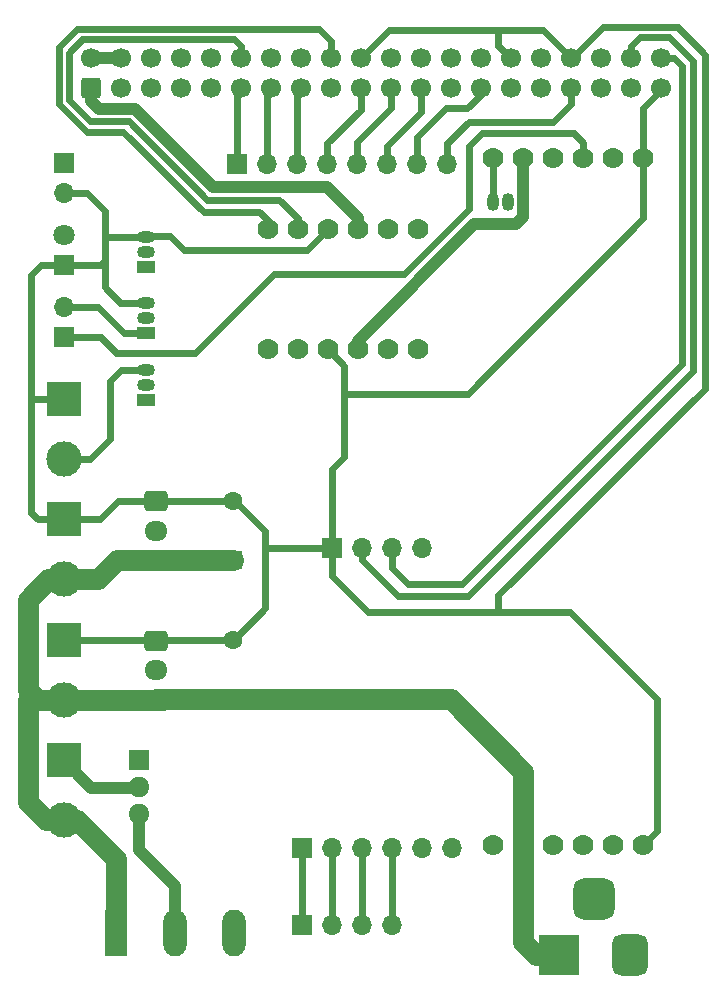
<source format=gbl>
G04 #@! TF.GenerationSoftware,KiCad,Pcbnew,(6.0.9)*
G04 #@! TF.CreationDate,2022-12-02T11:03:32-05:00*
G04 #@! TF.ProjectId,Roboshot,526f626f-7368-46f7-942e-6b696361645f,rev?*
G04 #@! TF.SameCoordinates,Original*
G04 #@! TF.FileFunction,Copper,L2,Bot*
G04 #@! TF.FilePolarity,Positive*
%FSLAX46Y46*%
G04 Gerber Fmt 4.6, Leading zero omitted, Abs format (unit mm)*
G04 Created by KiCad (PCBNEW (6.0.9)) date 2022-12-02 11:03:32*
%MOMM*%
%LPD*%
G01*
G04 APERTURE LIST*
G04 Aperture macros list*
%AMRoundRect*
0 Rectangle with rounded corners*
0 $1 Rounding radius*
0 $2 $3 $4 $5 $6 $7 $8 $9 X,Y pos of 4 corners*
0 Add a 4 corners polygon primitive as box body*
4,1,4,$2,$3,$4,$5,$6,$7,$8,$9,$2,$3,0*
0 Add four circle primitives for the rounded corners*
1,1,$1+$1,$2,$3*
1,1,$1+$1,$4,$5*
1,1,$1+$1,$6,$7*
1,1,$1+$1,$8,$9*
0 Add four rect primitives between the rounded corners*
20,1,$1+$1,$2,$3,$4,$5,0*
20,1,$1+$1,$4,$5,$6,$7,0*
20,1,$1+$1,$6,$7,$8,$9,0*
20,1,$1+$1,$8,$9,$2,$3,0*%
G04 Aperture macros list end*
G04 #@! TA.AperFunction,ComponentPad*
%ADD10R,3.000000X3.000000*%
G04 #@! TD*
G04 #@! TA.AperFunction,ComponentPad*
%ADD11C,3.000000*%
G04 #@! TD*
G04 #@! TA.AperFunction,ComponentPad*
%ADD12O,1.700000X1.700000*%
G04 #@! TD*
G04 #@! TA.AperFunction,ComponentPad*
%ADD13R,1.700000X1.700000*%
G04 #@! TD*
G04 #@! TA.AperFunction,ComponentPad*
%ADD14R,1.980000X3.960000*%
G04 #@! TD*
G04 #@! TA.AperFunction,ComponentPad*
%ADD15O,1.980000X3.960000*%
G04 #@! TD*
G04 #@! TA.AperFunction,ComponentPad*
%ADD16R,1.500000X1.050000*%
G04 #@! TD*
G04 #@! TA.AperFunction,ComponentPad*
%ADD17O,1.500000X1.050000*%
G04 #@! TD*
G04 #@! TA.AperFunction,ComponentPad*
%ADD18C,1.778000*%
G04 #@! TD*
G04 #@! TA.AperFunction,ComponentPad*
%ADD19R,1.800000X1.714500*%
G04 #@! TD*
G04 #@! TA.AperFunction,ComponentPad*
%ADD20O,1.800000X1.714500*%
G04 #@! TD*
G04 #@! TA.AperFunction,ComponentPad*
%ADD21R,1.800000X1.800000*%
G04 #@! TD*
G04 #@! TA.AperFunction,ComponentPad*
%ADD22C,1.800000*%
G04 #@! TD*
G04 #@! TA.AperFunction,ComponentPad*
%ADD23R,1.600000X1.600000*%
G04 #@! TD*
G04 #@! TA.AperFunction,ComponentPad*
%ADD24C,1.600000*%
G04 #@! TD*
G04 #@! TA.AperFunction,ComponentPad*
%ADD25RoundRect,0.250000X0.600000X-0.600000X0.600000X0.600000X-0.600000X0.600000X-0.600000X-0.600000X0*%
G04 #@! TD*
G04 #@! TA.AperFunction,ComponentPad*
%ADD26C,1.700000*%
G04 #@! TD*
G04 #@! TA.AperFunction,ComponentPad*
%ADD27R,3.500000X3.500000*%
G04 #@! TD*
G04 #@! TA.AperFunction,ComponentPad*
%ADD28RoundRect,0.750000X0.750000X1.000000X-0.750000X1.000000X-0.750000X-1.000000X0.750000X-1.000000X0*%
G04 #@! TD*
G04 #@! TA.AperFunction,ComponentPad*
%ADD29RoundRect,0.875000X0.875000X0.875000X-0.875000X0.875000X-0.875000X-0.875000X0.875000X-0.875000X0*%
G04 #@! TD*
G04 #@! TA.AperFunction,ComponentPad*
%ADD30RoundRect,0.250000X-0.725000X0.600000X-0.725000X-0.600000X0.725000X-0.600000X0.725000X0.600000X0*%
G04 #@! TD*
G04 #@! TA.AperFunction,ComponentPad*
%ADD31O,1.950000X1.700000*%
G04 #@! TD*
G04 #@! TA.AperFunction,ComponentPad*
%ADD32R,1.050000X1.500000*%
G04 #@! TD*
G04 #@! TA.AperFunction,ComponentPad*
%ADD33O,1.050000X1.500000*%
G04 #@! TD*
G04 #@! TA.AperFunction,Conductor*
%ADD34C,0.600000*%
G04 #@! TD*
G04 #@! TA.AperFunction,Conductor*
%ADD35C,1.016000*%
G04 #@! TD*
G04 #@! TA.AperFunction,Conductor*
%ADD36C,1.778000*%
G04 #@! TD*
G04 APERTURE END LIST*
D10*
X81076800Y-165228900D03*
D11*
X81076800Y-170308900D03*
D10*
X81076800Y-134620000D03*
D11*
X81076800Y-139700000D03*
D12*
X108864400Y-172696500D03*
X106324400Y-172696500D03*
X113944400Y-172696500D03*
X111404400Y-172696500D03*
X106324400Y-147296500D03*
D13*
X101244400Y-172696500D03*
D12*
X103784400Y-172696500D03*
D13*
X103784400Y-147296500D03*
D12*
X108864400Y-147296500D03*
X111404400Y-147296500D03*
D14*
X85496400Y-179832000D03*
D15*
X90496400Y-179832000D03*
X95496400Y-179832000D03*
D16*
X88037000Y-134748900D03*
D17*
X88037000Y-133478900D03*
X88037000Y-132208900D03*
D10*
X81076800Y-155041600D03*
D11*
X81076800Y-160121600D03*
D18*
X130149600Y-114225700D03*
X130149600Y-172391700D03*
X127609600Y-114225700D03*
X127609600Y-172391700D03*
X125069600Y-114225700D03*
X125069600Y-172391700D03*
X122529600Y-114225700D03*
X122529600Y-172391700D03*
X117449600Y-114225700D03*
X117449600Y-172391700D03*
X119989600Y-114225700D03*
X119989600Y-172391700D03*
D19*
X87425600Y-165247700D03*
D20*
X87425600Y-167533700D03*
X87425600Y-169819700D03*
D21*
X81076800Y-123291600D03*
D22*
X81076800Y-120751600D03*
D16*
X88032600Y-129059300D03*
D17*
X88032600Y-127789300D03*
X88032600Y-126519300D03*
D23*
X95402400Y-148300251D03*
D24*
X95402400Y-143300251D03*
D13*
X101244400Y-179148100D03*
D12*
X103784400Y-179148100D03*
X106324400Y-179148100D03*
X108864400Y-179148100D03*
D25*
X83362800Y-108332900D03*
D26*
X83362800Y-105792900D03*
X85902800Y-108332900D03*
X85902800Y-105792900D03*
X88442800Y-108332900D03*
X88442800Y-105792900D03*
X90982800Y-108332900D03*
X90982800Y-105792900D03*
X93522800Y-108332900D03*
X93522800Y-105792900D03*
X96062800Y-108332900D03*
X96062800Y-105792900D03*
X98602800Y-108332900D03*
X98602800Y-105792900D03*
X101142800Y-108332900D03*
X101142800Y-105792900D03*
X103682800Y-108332900D03*
X103682800Y-105792900D03*
X106222800Y-108332900D03*
X106222800Y-105792900D03*
X108762800Y-108332900D03*
X108762800Y-105792900D03*
X111302800Y-108332900D03*
X111302800Y-105792900D03*
X113842800Y-108332900D03*
X113842800Y-105792900D03*
X116382800Y-108332900D03*
X116382800Y-105792900D03*
X118922800Y-108332900D03*
X118922800Y-105792900D03*
X121462800Y-108332900D03*
X121462800Y-105792900D03*
X124002800Y-108332900D03*
X124002800Y-105792900D03*
X126542800Y-108332900D03*
X126542800Y-105792900D03*
X129082800Y-108332900D03*
X129082800Y-105792900D03*
X131622800Y-108332900D03*
X131622800Y-105792900D03*
D16*
X88032600Y-123471300D03*
D17*
X88032600Y-122201300D03*
X88032600Y-120931300D03*
D27*
X122981200Y-181680400D03*
D28*
X128981200Y-181680400D03*
D29*
X125981200Y-176980400D03*
D13*
X95758000Y-114784500D03*
D12*
X98298000Y-114784500D03*
X100838000Y-114784500D03*
X103378000Y-114784500D03*
X105918000Y-114784500D03*
X108458000Y-114784500D03*
X110998000Y-114784500D03*
X113538000Y-114784500D03*
D10*
X81076800Y-144830800D03*
D11*
X81076800Y-149910800D03*
D30*
X88849200Y-155121600D03*
D31*
X88849200Y-157621600D03*
X88849200Y-160121600D03*
D32*
X119989600Y-117957600D03*
D33*
X118719600Y-117957600D03*
X117449600Y-117957600D03*
D13*
X81076800Y-129387600D03*
D12*
X81076800Y-126847600D03*
D18*
X103416100Y-130412800D03*
X103416100Y-120252800D03*
X105956100Y-130412800D03*
X111036100Y-130412800D03*
X108496100Y-130412800D03*
X100876100Y-130412800D03*
X98336100Y-130412800D03*
X105956100Y-120252800D03*
X111036100Y-120252800D03*
X108496100Y-120252800D03*
X100876100Y-120252800D03*
X98336100Y-120252800D03*
D13*
X81076800Y-114677900D03*
D12*
X81076800Y-117217900D03*
D30*
X88900000Y-143306800D03*
D31*
X88900000Y-145806800D03*
X88900000Y-148306800D03*
D23*
X95402400Y-160085851D03*
D24*
X95402400Y-155085851D03*
D34*
X117881400Y-152425400D02*
X118110000Y-152654000D01*
X117881400Y-151257000D02*
X117881400Y-152425400D01*
X135382000Y-105511600D02*
X135382000Y-133756400D01*
X133045200Y-103174800D02*
X135382000Y-105511600D01*
X126695200Y-103174800D02*
X133045200Y-103174800D01*
X124077100Y-105792900D02*
X126695200Y-103174800D01*
X124002800Y-105792900D02*
X124077100Y-105792900D01*
X135382000Y-133756400D02*
X117881400Y-151257000D01*
X106832400Y-152654000D02*
X118110000Y-152654000D01*
X118110000Y-152654000D02*
X123952000Y-152654000D01*
X88093800Y-120870100D02*
X88032600Y-120931300D01*
X98145600Y-145846800D02*
X98145600Y-152342651D01*
X104800400Y-134196600D02*
X104800400Y-139513700D01*
D35*
X87425600Y-170033400D02*
X87425600Y-172820400D01*
D34*
X103416100Y-120252800D02*
X103416100Y-120256300D01*
X91236800Y-122038500D02*
X90068400Y-120870100D01*
X84529300Y-122910600D02*
X84529300Y-122353700D01*
X101633900Y-122038500D02*
X91236800Y-122038500D01*
X103416100Y-130412800D02*
X103416100Y-130441700D01*
D35*
X87425600Y-172820400D02*
X90496400Y-175891200D01*
D34*
X103416100Y-130441700D02*
X104800400Y-131826000D01*
X103784400Y-147296500D02*
X103784400Y-149606000D01*
X118922800Y-105792900D02*
X117856000Y-104726100D01*
X131622800Y-108332900D02*
X131622800Y-108508800D01*
X123952000Y-152654000D02*
X131318000Y-160020000D01*
X81076800Y-123291600D02*
X84148300Y-123291600D01*
X84148300Y-123291600D02*
X84529300Y-122910600D01*
X84529300Y-118745000D02*
X84529300Y-122353700D01*
X106246300Y-105792900D02*
X106222800Y-105792900D01*
X85850100Y-126519300D02*
X84529300Y-125198500D01*
X78333600Y-131521200D02*
X78333600Y-134620000D01*
X78333600Y-144272000D02*
X78333600Y-124104400D01*
X95140402Y-143300251D02*
X95152651Y-143312500D01*
D35*
X90496400Y-175891200D02*
X90496400Y-179882800D01*
D34*
X103784400Y-147296500D02*
X98196400Y-147296500D01*
X81076800Y-117217900D02*
X83002200Y-117217900D01*
X104817300Y-134179700D02*
X104800400Y-134196600D01*
X103784400Y-149606000D02*
X106832400Y-152654000D01*
X98145600Y-152342651D02*
X95457451Y-155030800D01*
X130149600Y-114225700D02*
X130149600Y-119295300D01*
X90068400Y-120870100D02*
X88093800Y-120870100D01*
X81076800Y-144830800D02*
X84175600Y-144830800D01*
X84175600Y-144830800D02*
X85706149Y-143300251D01*
X83002200Y-117217900D02*
X84529300Y-118745000D01*
X117856000Y-104726100D02*
X117856000Y-103394900D01*
X81087600Y-155030800D02*
X81076800Y-155041600D01*
X124002800Y-105765600D02*
X121632100Y-103394900D01*
X84529300Y-125198500D02*
X84529300Y-122910600D01*
X131622800Y-108508800D02*
X130149600Y-109982000D01*
X130149600Y-109982000D02*
X130149600Y-114225700D01*
X79146400Y-123291600D02*
X81076800Y-123291600D01*
X78892400Y-144830800D02*
X78333600Y-144272000D01*
X84529300Y-122353700D02*
X84529300Y-120933200D01*
X84529300Y-120933200D02*
X84531200Y-120931300D01*
X88032600Y-126519300D02*
X85850100Y-126519300D01*
X131318000Y-160020000D02*
X131318000Y-171223300D01*
X115265200Y-134179700D02*
X104817300Y-134179700D01*
X85706149Y-143300251D02*
X95140402Y-143300251D01*
X118719600Y-103394900D02*
X108644300Y-103394900D01*
X84531200Y-120931300D02*
X88032600Y-120931300D01*
X124002800Y-105792900D02*
X124002800Y-105765600D01*
X103416100Y-120256300D02*
X101633900Y-122038500D01*
X104800400Y-139513700D02*
X103784400Y-140529700D01*
X131318000Y-171223300D02*
X130149600Y-172391700D01*
X95457451Y-155030800D02*
X81087600Y-155030800D01*
X81076800Y-144830800D02*
X78892400Y-144830800D01*
X108644300Y-103394900D02*
X106246300Y-105792900D01*
X103784400Y-140529700D02*
X103784400Y-147296500D01*
X117856000Y-103394900D02*
X118719600Y-103394900D01*
X95402400Y-143103600D02*
X98145600Y-145846800D01*
X130149600Y-119295300D02*
X115265200Y-134179700D01*
X78333600Y-134620000D02*
X81076800Y-134620000D01*
X104800400Y-131826000D02*
X104800400Y-134162800D01*
X78333600Y-124104400D02*
X79146400Y-123291600D01*
X121632100Y-103394900D02*
X118719600Y-103394900D01*
X92202000Y-130708400D02*
X98856800Y-124053600D01*
X124256800Y-112115600D02*
X125069600Y-112928400D01*
X85518000Y-130708400D02*
X92202000Y-130708400D01*
X98856800Y-124053600D02*
X109880400Y-124053600D01*
X115417600Y-113182400D02*
X116484400Y-112115600D01*
X84197200Y-129387600D02*
X85518000Y-130708400D01*
X109880400Y-124053600D02*
X115417600Y-118516400D01*
X125069600Y-112928400D02*
X125069600Y-114225700D01*
X81076800Y-129387600D02*
X84197200Y-129387600D01*
X115417600Y-118516400D02*
X115417600Y-113182400D01*
X116484400Y-112115600D02*
X124256800Y-112115600D01*
X96062800Y-108332900D02*
X95758000Y-108637700D01*
X95758000Y-108637700D02*
X95758000Y-114784500D01*
X98298000Y-114784500D02*
X98298000Y-108637700D01*
X98298000Y-108637700D02*
X98602800Y-108332900D01*
X101142800Y-108332900D02*
X100838000Y-108637700D01*
X100838000Y-108637700D02*
X100838000Y-114784500D01*
X103378000Y-113006500D02*
X106222800Y-110161700D01*
X106222800Y-110161700D02*
X106222800Y-108332900D01*
X103378000Y-114784500D02*
X103378000Y-113006500D01*
X105918000Y-112854100D02*
X108762800Y-110009300D01*
X108762800Y-110009300D02*
X108762800Y-108332900D01*
X105918000Y-114784500D02*
X105918000Y-112854100D01*
X111302800Y-110364900D02*
X111302800Y-108332900D01*
X108458000Y-113209700D02*
X111302800Y-110364900D01*
X108458000Y-114784500D02*
X108458000Y-113209700D01*
X110998000Y-114784500D02*
X110998000Y-112447700D01*
X110998000Y-112447700D02*
X113436400Y-110009300D01*
X113436400Y-110009300D02*
X115237900Y-110009300D01*
X115237900Y-110009300D02*
X116382800Y-108864400D01*
X116382800Y-108864400D02*
X116382800Y-108332900D01*
X124002800Y-108332900D02*
X124002800Y-109677200D01*
X122529600Y-111150400D02*
X115366800Y-111150400D01*
X115366800Y-111150400D02*
X113538000Y-112979200D01*
X124002800Y-109677200D02*
X122529600Y-111150400D01*
X113538000Y-112979200D02*
X113538000Y-114784500D01*
X101244400Y-172696500D02*
X101244400Y-179148100D01*
X103784400Y-172696500D02*
X103784400Y-179148100D01*
X106324400Y-172696500D02*
X106324400Y-179148100D01*
X108864400Y-172696500D02*
X108864400Y-179148100D01*
X83312000Y-139700000D02*
X84988400Y-138023600D01*
X84988400Y-138023600D02*
X84988400Y-133146800D01*
X81125700Y-138508100D02*
X81098900Y-138534900D01*
X84988400Y-133146800D02*
X85926300Y-132208900D01*
X81076800Y-139700000D02*
X83312000Y-139700000D01*
X85926300Y-132208900D02*
X88037000Y-132208900D01*
X81125700Y-138508100D02*
X81104100Y-138508100D01*
D35*
X105956100Y-119293000D02*
X103350700Y-116687600D01*
X83362800Y-109423200D02*
X83362800Y-108332900D01*
X84040100Y-110100500D02*
X83362800Y-109423200D01*
X103350700Y-116687600D02*
X93726000Y-116687600D01*
X93726000Y-116687600D02*
X87138900Y-110100500D01*
X87138900Y-110100500D02*
X84040100Y-110100500D01*
X105956100Y-120252800D02*
X105956100Y-119293000D01*
D34*
X80670400Y-109677200D02*
X80670400Y-104851200D01*
X82194400Y-103327200D02*
X102690300Y-103327200D01*
X98336100Y-119519700D02*
X97637600Y-118821200D01*
X80670400Y-104851200D02*
X82194400Y-103327200D01*
X98336100Y-120252800D02*
X98336100Y-119519700D01*
X97637600Y-118821200D02*
X92913200Y-118821200D01*
X102690300Y-103327200D02*
X103682800Y-104319700D01*
X92913200Y-118821200D02*
X86106000Y-112014000D01*
X83007200Y-112014000D02*
X80670400Y-109677200D01*
X103682800Y-104319700D02*
X103682800Y-105792900D01*
X86106000Y-112014000D02*
X83007200Y-112014000D01*
X100876100Y-119343800D02*
X100876100Y-120252800D01*
X86590500Y-111126900D02*
X93218000Y-117754400D01*
X83288500Y-111126900D02*
X86590500Y-111126900D01*
X81483200Y-105308400D02*
X81483200Y-109321600D01*
X96062800Y-104726100D02*
X95476700Y-104140000D01*
X95476700Y-104140000D02*
X82651600Y-104140000D01*
X93218000Y-117754400D02*
X99286700Y-117754400D01*
X81483200Y-109321600D02*
X83288500Y-111126900D01*
X96062800Y-105792900D02*
X96062800Y-104726100D01*
X82651600Y-104140000D02*
X81483200Y-105308400D01*
X99286700Y-117754400D02*
X100876100Y-119343800D01*
D35*
X83387300Y-167539400D02*
X81076800Y-165228900D01*
X87217600Y-167539400D02*
X83387300Y-167539400D01*
D34*
X86154900Y-129059300D02*
X88032600Y-129059300D01*
X83943200Y-126847600D02*
X86154900Y-129059300D01*
X81076800Y-126847600D02*
X83943200Y-126847600D01*
X117449600Y-114225700D02*
X117449600Y-118086500D01*
D36*
X119989600Y-180644800D02*
X119989600Y-172391700D01*
D35*
X89458800Y-160121600D02*
X88940000Y-160121600D01*
X105956100Y-130412800D02*
X105956100Y-129705100D01*
D36*
X82221700Y-170308900D02*
X81561300Y-170308900D01*
X78028800Y-159302232D02*
X78848168Y-160121600D01*
D35*
X88940000Y-160121600D02*
X88849200Y-160030800D01*
D36*
X88900000Y-148306800D02*
X85576400Y-148306800D01*
D34*
X88849200Y-160070800D02*
X88849200Y-160030800D01*
D35*
X83046500Y-105799800D02*
X85586500Y-105799800D01*
D36*
X121025200Y-181680400D02*
X119989600Y-180644800D01*
X85576400Y-148306800D02*
X83972400Y-149910800D01*
D35*
X78435200Y-159708632D02*
X78797368Y-160070800D01*
D36*
X95390151Y-148312500D02*
X88905700Y-148312500D01*
D35*
X105956100Y-129705100D02*
X115847500Y-119813700D01*
D36*
X119989600Y-166217600D02*
X113857851Y-160085851D01*
X81076800Y-170308900D02*
X79580100Y-170308900D01*
X79580100Y-170308900D02*
X78028800Y-168757600D01*
X122981200Y-181680400D02*
X121025200Y-181680400D01*
X95387349Y-160070800D02*
X95402400Y-160085851D01*
X119989600Y-172391700D02*
X119989600Y-166217600D01*
X113857851Y-160085851D02*
X95402400Y-160085851D01*
X78028800Y-151638000D02*
X78028800Y-159302232D01*
X79756000Y-149910800D02*
X78028800Y-151638000D01*
D35*
X119989600Y-119204100D02*
X119989600Y-114225700D01*
D36*
X78848168Y-160121600D02*
X89458800Y-160121600D01*
X88905700Y-148312500D02*
X88900000Y-148306800D01*
X81076800Y-149910800D02*
X79756000Y-149910800D01*
X95402400Y-148300251D02*
X95390151Y-148312500D01*
X78848168Y-160121600D02*
X81076800Y-160121600D01*
D35*
X115847500Y-119813700D02*
X119380000Y-119813700D01*
D36*
X83972400Y-149910800D02*
X81076800Y-149910800D01*
X78028800Y-160121600D02*
X81076800Y-160121600D01*
X88849200Y-160070800D02*
X95387349Y-160070800D01*
X85496400Y-173583600D02*
X82221700Y-170308900D01*
X78028800Y-168757600D02*
X78028800Y-160121600D01*
D35*
X78435200Y-159708632D02*
X78848168Y-160121600D01*
X119380000Y-119813700D02*
X119989600Y-119204100D01*
D36*
X85496400Y-179832000D02*
X85496400Y-173583600D01*
D34*
X106324400Y-148285200D02*
X106324400Y-147296500D01*
X115316000Y-151309700D02*
X109348900Y-151309700D01*
X129844800Y-104014900D02*
X132334000Y-104014900D01*
X134315200Y-132310500D02*
X115316000Y-151309700D01*
X132334000Y-104014900D02*
X134315200Y-105996100D01*
X129075900Y-105799800D02*
X129075900Y-104783800D01*
X109348900Y-151309700D02*
X106324400Y-148285200D01*
X129075900Y-104783800D02*
X129844800Y-104014900D01*
X134315200Y-105996100D02*
X134315200Y-132310500D01*
X110236000Y-150317200D02*
X114784500Y-150317200D01*
X108864400Y-148945600D02*
X110236000Y-150317200D01*
X114784500Y-150317200D02*
X133400800Y-131700900D01*
X133400800Y-106453300D02*
X132740400Y-105792900D01*
X108864400Y-147296500D02*
X108864400Y-148945600D01*
X133400800Y-131700900D02*
X133400800Y-106453300D01*
X132740400Y-105792900D02*
X132029200Y-105792900D01*
M02*

</source>
